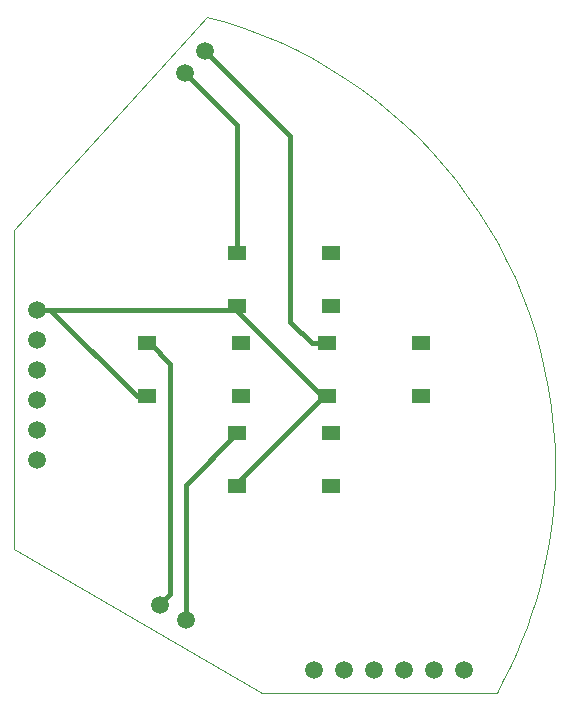
<source format=gtl>
G75*
%MOIN*%
%OFA0B0*%
%FSLAX25Y25*%
%IPPOS*%
%LPD*%
%AMOC8*
5,1,8,0,0,1.08239X$1,22.5*
%
%ADD10C,0.00100*%
%ADD11C,0.05937*%
%ADD12R,0.06102X0.05118*%
%ADD13C,0.01600*%
D10*
X0001050Y0049169D02*
X0001050Y0155333D01*
X0065570Y0226439D01*
X0071769Y0224681D01*
X0077861Y0222676D01*
X0083838Y0220429D01*
X0089695Y0217946D01*
X0095427Y0215234D01*
X0101028Y0212297D01*
X0106491Y0209142D01*
X0111811Y0205774D01*
X0116982Y0202199D01*
X0121999Y0198423D01*
X0126855Y0194452D01*
X0131545Y0190291D01*
X0136063Y0185947D01*
X0140402Y0181425D01*
X0144558Y0176731D01*
X0148525Y0171872D01*
X0152296Y0166852D01*
X0155866Y0161677D01*
X0159229Y0156353D01*
X0162379Y0150887D01*
X0165310Y0145283D01*
X0168017Y0139548D01*
X0170494Y0133688D01*
X0172735Y0127708D01*
X0174734Y0121615D01*
X0176485Y0115413D01*
X0177983Y0109109D01*
X0179222Y0102708D01*
X0180195Y0096217D01*
X0180898Y0089641D01*
X0181324Y0082986D01*
X0181467Y0076258D01*
X0181385Y0071161D01*
X0181140Y0066106D01*
X0180735Y0061094D01*
X0180173Y0056128D01*
X0179456Y0051211D01*
X0178586Y0046344D01*
X0177567Y0041532D01*
X0176400Y0036776D01*
X0175087Y0032078D01*
X0173633Y0027442D01*
X0172039Y0022869D01*
X0170307Y0018363D01*
X0168441Y0013925D01*
X0166442Y0009559D01*
X0164313Y0005266D01*
X0162057Y0001050D01*
X0083850Y0001050D01*
X0001050Y0049169D01*
D11*
X0008759Y0078744D03*
X0008759Y0088744D03*
X0008759Y0098744D03*
X0008759Y0108744D03*
X0008759Y0118744D03*
X0008759Y0128744D03*
X0058204Y0207625D03*
X0064934Y0215022D03*
X0049668Y0030327D03*
X0058319Y0025312D03*
X0101259Y0008744D03*
X0111259Y0008744D03*
X0121259Y0008744D03*
X0131259Y0008744D03*
X0141259Y0008744D03*
X0151259Y0008744D03*
D12*
X0106928Y0069886D03*
X0106928Y0087602D03*
X0105589Y0099886D03*
X0105589Y0117602D03*
X0106928Y0129886D03*
X0106928Y0147602D03*
X0076928Y0117602D03*
X0075589Y0129886D03*
X0075589Y0147602D03*
X0045589Y0117602D03*
X0045589Y0099886D03*
X0075589Y0087602D03*
X0076928Y0099886D03*
X0075589Y0069886D03*
X0136928Y0099886D03*
X0136928Y0117602D03*
D13*
X0106448Y0099744D02*
X0105589Y0099886D01*
X0106448Y0099744D02*
X0104259Y0099744D01*
X0075589Y0128413D01*
X0075259Y0128744D01*
X0013259Y0128744D01*
X0042117Y0099886D01*
X0045589Y0099886D01*
X0053259Y0110744D02*
X0053259Y0033918D01*
X0049668Y0030327D01*
X0058319Y0025312D02*
X0058319Y0070332D01*
X0075589Y0087602D01*
X0075589Y0071075D02*
X0104259Y0099744D01*
X0105589Y0117602D02*
X0100400Y0117602D01*
X0093259Y0124744D01*
X0093259Y0186697D01*
X0064934Y0215022D01*
X0058204Y0207625D02*
X0075589Y0190240D01*
X0075589Y0147602D01*
X0075589Y0129886D02*
X0075589Y0128413D01*
X0053259Y0110744D02*
X0046400Y0117602D01*
X0045589Y0117602D01*
X0013259Y0128744D02*
X0008759Y0128744D01*
X0075589Y0071075D02*
X0075589Y0069886D01*
M02*

</source>
